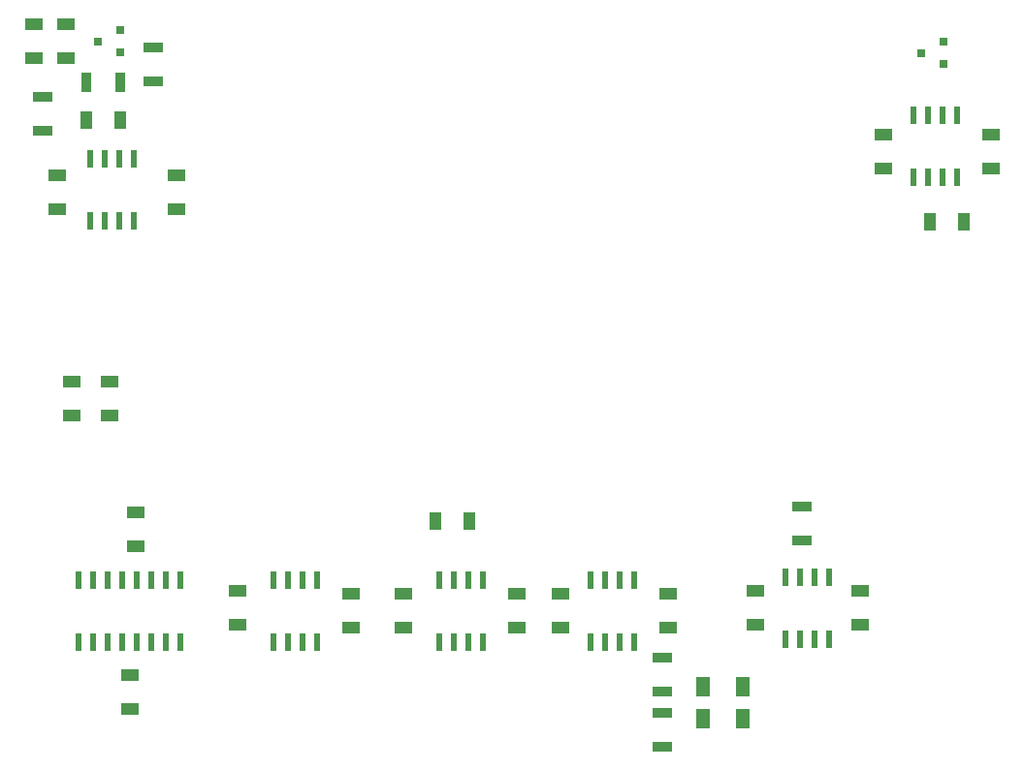
<source format=gbr>
G04 #@! TF.FileFunction,Paste,Top*
%FSLAX46Y46*%
G04 Gerber Fmt 4.6, Leading zero omitted, Abs format (unit mm)*
G04 Created by KiCad (PCBNEW 4.0.4+dfsg1-stable) date Sun Jan 22 10:37:54 2017*
%MOMM*%
%LPD*%
G01*
G04 APERTURE LIST*
%ADD10C,0.100000*%
%ADD11R,0.600000X1.500000*%
%ADD12R,0.800100X0.800100*%
%ADD13R,1.000000X1.600000*%
%ADD14R,1.600000X1.000000*%
%ADD15R,0.900000X1.700000*%
%ADD16R,1.700000X0.900000*%
%ADD17R,0.600000X1.550000*%
%ADD18R,1.300480X1.699260*%
G04 APERTURE END LIST*
D10*
D11*
X61087000Y-82390000D03*
X59817000Y-82390000D03*
X58547000Y-82390000D03*
X57277000Y-82390000D03*
X56007000Y-82390000D03*
X54737000Y-82390000D03*
X53467000Y-82390000D03*
X52197000Y-82390000D03*
X52197000Y-87790000D03*
X53467000Y-87790000D03*
X54737000Y-87790000D03*
X56007000Y-87790000D03*
X57277000Y-87790000D03*
X58547000Y-87790000D03*
X59817000Y-87790000D03*
X61087000Y-87790000D03*
D12*
X55864760Y-36256000D03*
X55864760Y-34356000D03*
X53865780Y-35306000D03*
D13*
X52856000Y-42164000D03*
X55856000Y-42164000D03*
X126516000Y-51054000D03*
X129516000Y-51054000D03*
D14*
X48260000Y-33806000D03*
X48260000Y-36806000D03*
X60706000Y-50014000D03*
X60706000Y-47014000D03*
X131826000Y-46458000D03*
X131826000Y-43458000D03*
D15*
X55806000Y-38862000D03*
X52906000Y-38862000D03*
D16*
X58674000Y-38788000D03*
X58674000Y-35888000D03*
D17*
X53213000Y-50960000D03*
X54483000Y-50960000D03*
X55753000Y-50960000D03*
X57023000Y-50960000D03*
X57023000Y-45560000D03*
X55753000Y-45560000D03*
X54483000Y-45560000D03*
X53213000Y-45560000D03*
X125095000Y-47150000D03*
X126365000Y-47150000D03*
X127635000Y-47150000D03*
X128905000Y-47150000D03*
X128905000Y-41750000D03*
X127635000Y-41750000D03*
X126365000Y-41750000D03*
X125095000Y-41750000D03*
D12*
X127746760Y-37272000D03*
X127746760Y-35372000D03*
X125747780Y-36322000D03*
D16*
X49022000Y-43106000D03*
X49022000Y-40206000D03*
D14*
X51054000Y-33806000D03*
X51054000Y-36806000D03*
X50292000Y-50014000D03*
X50292000Y-47014000D03*
X122428000Y-43458000D03*
X122428000Y-46458000D03*
X51562000Y-65048000D03*
X51562000Y-68048000D03*
X57150000Y-79478000D03*
X57150000Y-76478000D03*
X80518000Y-83590000D03*
X80518000Y-86590000D03*
X90424000Y-86590000D03*
X90424000Y-83590000D03*
X94234000Y-83590000D03*
X94234000Y-86590000D03*
X103632000Y-86590000D03*
X103632000Y-83590000D03*
X111252000Y-83336000D03*
X111252000Y-86336000D03*
X120396000Y-86336000D03*
X120396000Y-83336000D03*
X66040000Y-83336000D03*
X66040000Y-86336000D03*
X54864000Y-65048000D03*
X54864000Y-68048000D03*
D13*
X86336000Y-77216000D03*
X83336000Y-77216000D03*
D14*
X56642000Y-90702000D03*
X56642000Y-93702000D03*
X75946000Y-86590000D03*
X75946000Y-83590000D03*
D16*
X103124000Y-92128000D03*
X103124000Y-89228000D03*
X103124000Y-96954000D03*
X103124000Y-94054000D03*
X115316000Y-76020000D03*
X115316000Y-78920000D03*
D17*
X69215000Y-87790000D03*
X70485000Y-87790000D03*
X71755000Y-87790000D03*
X73025000Y-87790000D03*
X73025000Y-82390000D03*
X71755000Y-82390000D03*
X70485000Y-82390000D03*
X69215000Y-82390000D03*
X83693000Y-87790000D03*
X84963000Y-87790000D03*
X86233000Y-87790000D03*
X87503000Y-87790000D03*
X87503000Y-82390000D03*
X86233000Y-82390000D03*
X84963000Y-82390000D03*
X83693000Y-82390000D03*
X96901000Y-87790000D03*
X98171000Y-87790000D03*
X99441000Y-87790000D03*
X100711000Y-87790000D03*
X100711000Y-82390000D03*
X99441000Y-82390000D03*
X98171000Y-82390000D03*
X96901000Y-82390000D03*
X113919000Y-87536000D03*
X115189000Y-87536000D03*
X116459000Y-87536000D03*
X117729000Y-87536000D03*
X117729000Y-82136000D03*
X116459000Y-82136000D03*
X115189000Y-82136000D03*
X113919000Y-82136000D03*
D18*
X106707940Y-94488000D03*
X110208060Y-94488000D03*
X110208060Y-91694000D03*
X106707940Y-91694000D03*
M02*

</source>
